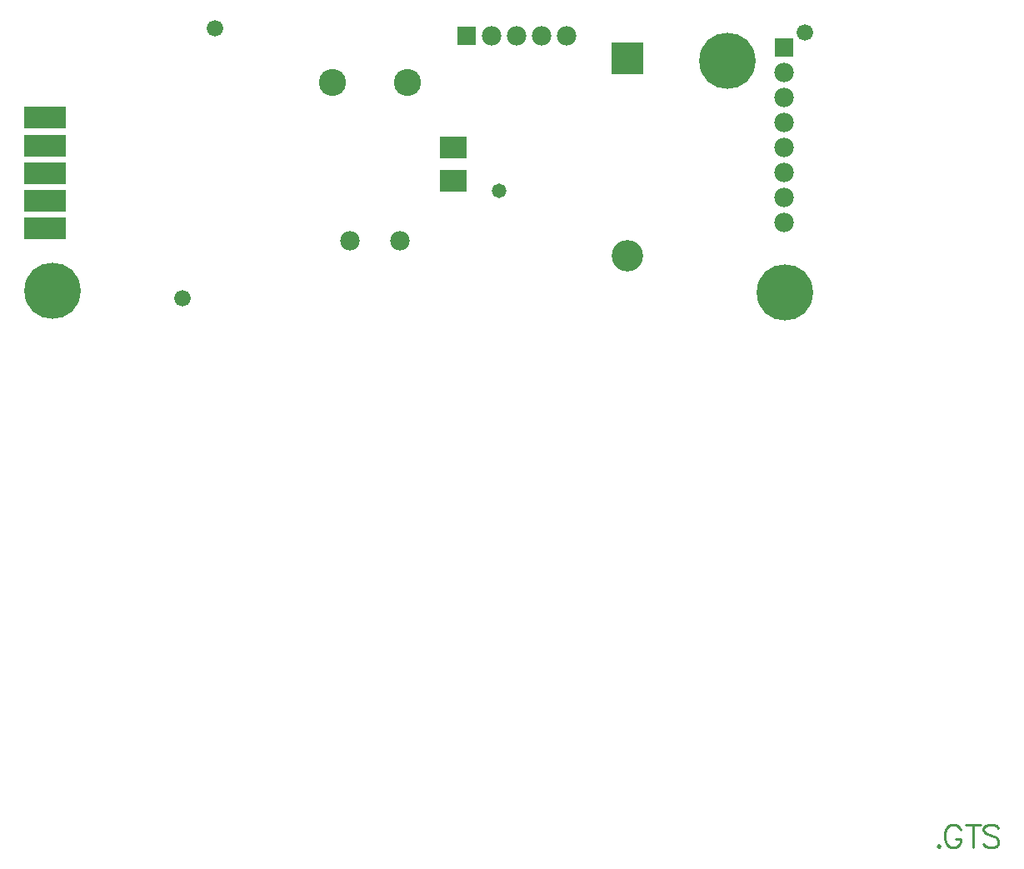
<source format=gts>
%FSLAX23Y23*%
%MOIN*%
G70*
G01*
G75*
%ADD10C,0.010*%
%ADD11C,0.050*%
%ADD12R,0.157X0.079*%
%ADD13R,0.100X0.080*%
%ADD14C,0.012*%
%ADD15C,0.015*%
%ADD16C,0.008*%
%ADD17C,0.006*%
%ADD18C,0.009*%
%ADD19C,0.070*%
%ADD20R,0.070X0.070*%
%ADD21C,0.217*%
%ADD22C,0.217*%
%ADD23C,0.058*%
%ADD24C,0.100*%
%ADD25C,0.118*%
%ADD26R,0.118X0.118*%
%ADD27C,0.040*%
%ADD28R,0.083X0.060*%
%ADD29R,0.060X0.083*%
%ADD30R,0.157X0.079*%
%ADD31R,0.036X0.036*%
%ADD32R,0.036X0.050*%
%ADD33R,0.064X0.054*%
%ADD34R,0.060X0.083*%
%ADD35R,0.031X0.102*%
%ADD36O,0.031X0.102*%
%ADD37R,0.054X0.064*%
%ADD38O,0.031X0.087*%
%ADD39R,0.031X0.087*%
%ADD40R,0.197X0.244*%
%ADD41R,0.060X0.050*%
%ADD42C,0.016*%
%ADD43C,0.079*%
%ADD44C,0.010*%
%ADD45C,0.016*%
%ADD46C,0.039*%
%ADD47C,0.008*%
%ADD48R,0.591X0.354*%
%ADD49C,0.008*%
%ADD50C,0.003*%
%ADD51C,0.005*%
%ADD52R,0.165X0.087*%
%ADD53R,0.108X0.088*%
%ADD54C,0.078*%
%ADD55R,0.078X0.078*%
%ADD56C,0.225*%
%ADD57C,0.225*%
%ADD58C,0.066*%
%ADD59C,0.108*%
%ADD60C,0.126*%
%ADD61R,0.126X0.126*%
D18*
X11443Y5515D02*
X11438Y5511D01*
X11443Y5507D01*
X11447Y5511D01*
X11443Y5515D01*
X11531Y5575D02*
X11527Y5584D01*
X11518Y5593D01*
X11510Y5597D01*
X11492D01*
X11484Y5593D01*
X11475Y5584D01*
X11471Y5575D01*
X11467Y5563D01*
Y5541D01*
X11471Y5528D01*
X11475Y5520D01*
X11484Y5511D01*
X11492Y5507D01*
X11510D01*
X11518Y5511D01*
X11527Y5520D01*
X11531Y5528D01*
Y5541D01*
X11510D02*
X11531D01*
X11582Y5597D02*
Y5507D01*
X11552Y5597D02*
X11612D01*
X11682Y5584D02*
X11674Y5593D01*
X11661Y5597D01*
X11644D01*
X11631Y5593D01*
X11622Y5584D01*
Y5575D01*
X11627Y5567D01*
X11631Y5563D01*
X11639Y5558D01*
X11665Y5550D01*
X11674Y5545D01*
X11678Y5541D01*
X11682Y5533D01*
Y5520D01*
X11674Y5511D01*
X11661Y5507D01*
X11644D01*
X11631Y5511D01*
X11622Y5520D01*
D23*
X9683Y8132D02*
D03*
D52*
X7868Y8425D02*
D03*
Y8313D02*
D03*
Y8202D02*
D03*
Y8094D02*
D03*
Y7982D02*
D03*
D53*
X9500Y8305D02*
D03*
Y8172D02*
D03*
D54*
X9953Y8752D02*
D03*
X9853D02*
D03*
X9753D02*
D03*
X9653D02*
D03*
X10823Y8607D02*
D03*
Y8507D02*
D03*
Y8407D02*
D03*
Y8307D02*
D03*
Y8207D02*
D03*
Y8007D02*
D03*
Y8107D02*
D03*
X9288Y7932D02*
D03*
X9088D02*
D03*
D55*
X9553Y8752D02*
D03*
X10823Y8707D02*
D03*
D56*
X7898Y7732D02*
D03*
D57*
X10598Y8652D02*
D03*
X10828Y7727D02*
D03*
D58*
X8418Y7702D02*
D03*
X10908Y8767D02*
D03*
X8548Y8782D02*
D03*
D59*
X9318Y8567D02*
D03*
X9018D02*
D03*
D60*
X10198Y7874D02*
D03*
D61*
Y8662D02*
D03*
M02*

</source>
